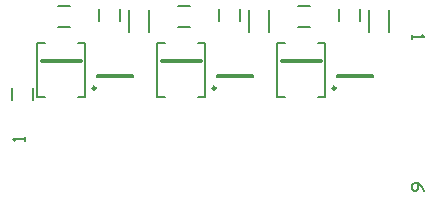
<source format=gto>
%FSLAX25Y25*%
%MOIN*%
G70*
G01*
G75*
G04 Layer_Color=65535*
%ADD10R,0.08600X0.06000*%
%ADD11R,0.07087X0.05118*%
%ADD12R,0.02165X0.04134*%
%ADD13R,0.05118X0.07087*%
%ADD14R,0.31496X0.08661*%
%ADD15R,0.05315X0.04724*%
%ADD16C,0.03000*%
%ADD17C,0.06000*%
%ADD18C,0.02000*%
%ADD19C,0.01500*%
%ADD20C,0.01000*%
%ADD21C,0.10000*%
%ADD22C,0.07874*%
%ADD23R,0.07874X0.07874*%
%ADD24C,0.25000*%
%ADD25C,0.02700*%
%ADD26C,0.15000*%
%ADD27C,0.00800*%
%ADD28C,0.00984*%
%ADD29C,0.00700*%
%ADD30C,0.01200*%
%ADD31C,0.00787*%
%ADD32C,0.00500*%
D27*
X1015000Y693666D02*
Y692334D01*
Y693000D01*
X1018999D01*
X1018332Y693666D01*
X1018999Y641667D02*
X1018332Y643000D01*
X1016999Y644333D01*
X1015666D01*
X1015000Y643666D01*
Y642334D01*
X1015666Y641667D01*
X1016333D01*
X1016999Y642334D01*
Y644333D01*
X886000Y658500D02*
Y659833D01*
Y659166D01*
X882001D01*
X882668Y658500D01*
D28*
X909504Y675965D02*
G03*
X909504Y675965I-492J0D01*
G01*
X949504D02*
G03*
X949504Y675965I-492J0D01*
G01*
X989504D02*
G03*
X989504Y675965I-492J0D01*
G01*
D29*
X983500Y691000D02*
X986000D01*
Y673000D02*
Y691000D01*
X983500Y673000D02*
X986000D01*
X970000Y691000D02*
X972500D01*
X970000Y673000D02*
Y691000D01*
Y673000D02*
X972500D01*
X943500Y691000D02*
X946000D01*
Y673000D02*
Y691000D01*
X943500Y673000D02*
X946000D01*
X930000Y691000D02*
X932500D01*
X930000Y673000D02*
Y691000D01*
Y673000D02*
X932500D01*
X903500Y691000D02*
X906000D01*
Y673000D02*
Y691000D01*
X903500Y673000D02*
X906000D01*
X890000Y691000D02*
X892500D01*
X890000Y673000D02*
Y691000D01*
Y673000D02*
X892500D01*
D30*
X971500Y685000D02*
X984500D01*
X931500D02*
X944500D01*
X891500D02*
X904500D01*
D31*
X888500Y672000D02*
Y676000D01*
X881500Y672000D02*
Y676000D01*
X910095Y679606D02*
Y680394D01*
X921906Y679606D02*
Y680394D01*
X910095Y679606D02*
X921906D01*
X910095Y680394D02*
X921906D01*
X897000Y703500D02*
X901000D01*
X897000Y696500D02*
X901000D01*
X917500Y698291D02*
Y702291D01*
X910500Y698291D02*
Y702291D01*
X950095Y679606D02*
Y680394D01*
X961905Y679606D02*
Y680394D01*
X950095Y679606D02*
X961905D01*
X950095Y680394D02*
X961905D01*
X937000Y703500D02*
X941000D01*
X937000Y696500D02*
X941000D01*
X957500Y698291D02*
Y702291D01*
X950500Y698291D02*
Y702291D01*
X990094Y679606D02*
Y680394D01*
X1001906Y679606D02*
Y680394D01*
X990094Y679606D02*
X1001906D01*
X990094Y680394D02*
X1001906D01*
X977000Y703500D02*
X981000D01*
X977000Y696500D02*
X981000D01*
X997500Y698291D02*
Y702291D01*
X990500Y698291D02*
Y702291D01*
D32*
X920654Y694650D02*
Y701933D01*
X927347Y694650D02*
Y701933D01*
X960653Y694650D02*
Y701933D01*
X967346Y694650D02*
Y701933D01*
X1000653Y694650D02*
Y701933D01*
X1007347Y694650D02*
Y701933D01*
M02*

</source>
